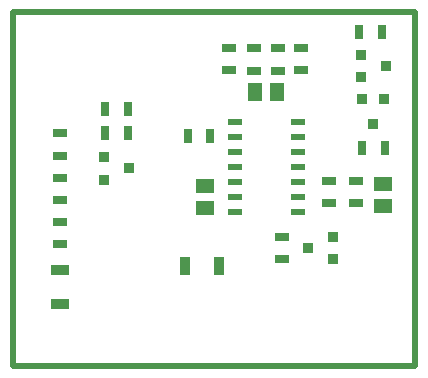
<source format=gtp>
G04*
G04 #@! TF.GenerationSoftware,Altium Limited,CircuitStudio,1.5.2 (1.5.2.30)*
G04*
G04 Layer_Color=7318015*
%FSLAX44Y44*%
%MOMM*%
G71*
G01*
G75*
%ADD10R,0.9144X0.8128*%
%ADD11R,0.8128X0.9144*%
%ADD12R,0.7000X1.3000*%
%ADD13R,1.3000X0.7000*%
%ADD14R,1.3000X1.6000*%
%ADD15R,0.9000X1.6000*%
%ADD16R,1.6000X1.3000*%
%ADD17R,1.6000X0.9000*%
%ADD18R,1.1800X0.5800*%
%ADD20C,0.5000*%
D10*
X575388Y504076D02*
D03*
X554212Y494424D02*
D03*
Y513576D02*
D03*
X358088Y417576D02*
D03*
X336912Y407924D02*
D03*
Y427076D02*
D03*
X509412Y349924D02*
D03*
X530588Y359576D02*
D03*
Y340424D02*
D03*
D11*
X564876Y455312D02*
D03*
X555224Y476488D02*
D03*
X574376D02*
D03*
D12*
X572000Y532500D02*
D03*
X553000D02*
D03*
X574500Y435000D02*
D03*
X555500D02*
D03*
X357000Y447500D02*
D03*
X338000D02*
D03*
Y467500D02*
D03*
X357000D02*
D03*
X427000Y445000D02*
D03*
X408000D02*
D03*
D13*
X463720Y500210D02*
D03*
Y519210D02*
D03*
X484040D02*
D03*
Y500210D02*
D03*
X442500Y519500D02*
D03*
Y500500D02*
D03*
X504000Y500250D02*
D03*
Y519250D02*
D03*
X300000Y447000D02*
D03*
Y428000D02*
D03*
Y409500D02*
D03*
Y390500D02*
D03*
Y372000D02*
D03*
Y353000D02*
D03*
X487500Y340500D02*
D03*
Y359500D02*
D03*
X550000Y388000D02*
D03*
Y407000D02*
D03*
X527500D02*
D03*
Y388000D02*
D03*
D14*
X464380Y481730D02*
D03*
X483380D02*
D03*
D15*
X405500Y335000D02*
D03*
X434500D02*
D03*
D16*
X573490Y404200D02*
D03*
Y385200D02*
D03*
X422710Y402410D02*
D03*
Y383410D02*
D03*
D17*
X299330Y331170D02*
D03*
Y302170D02*
D03*
D18*
X447990Y380610D02*
D03*
Y393310D02*
D03*
Y406010D02*
D03*
Y418710D02*
D03*
Y431410D02*
D03*
Y444110D02*
D03*
Y456810D02*
D03*
X501190D02*
D03*
Y444110D02*
D03*
Y431410D02*
D03*
Y418710D02*
D03*
Y406010D02*
D03*
Y393310D02*
D03*
Y380610D02*
D03*
D20*
X260000Y250000D02*
X600000D01*
Y550000D01*
X260000D02*
X600000D01*
X260000Y250000D02*
Y550000D01*
M02*

</source>
